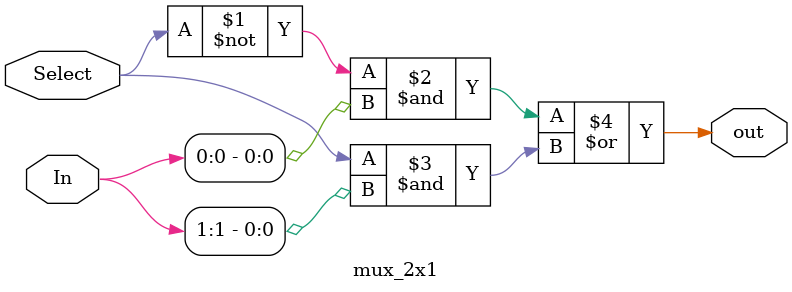
<source format=v>
module mux_2x1(In, Select, out);

    input [1:0] In;
    input Select;

    output out;
    
    assign out = (~Select & In[0]) | (Select & In[1]);
    
endmodule

</source>
